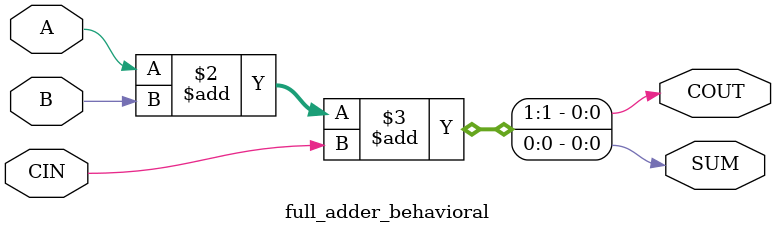
<source format=v>
module full_adder_behavioral (
  input A, B, CIN,
  output reg SUM, COUT
);

  always @ (A or B or CIN) begin
    {COUT, SUM} = A + B + CIN;
  end

endmodule

</source>
